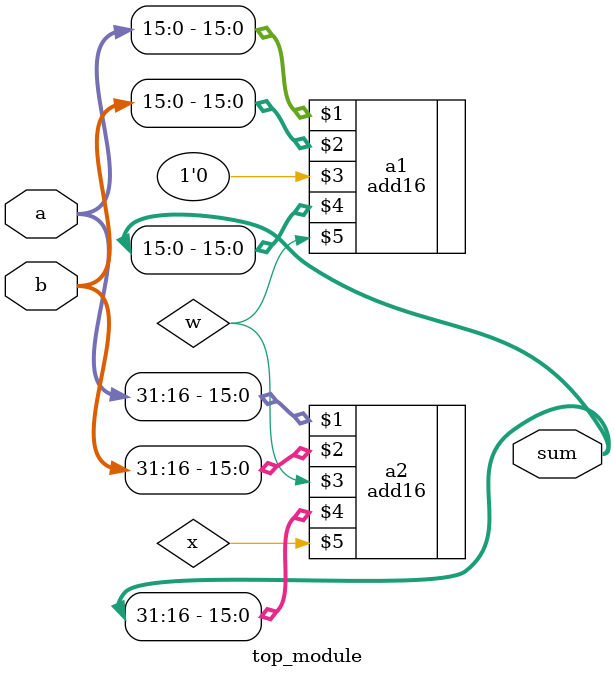
<source format=v>
module top_module(
    input [31:0] a,
    input [31:0] b,
    output [31:0] sum
);
    wire w,x;
    add16 a1(a[15:0],b[15:0],1'b0,sum[15:0],w);
    add16 a2(a[31:16],b[31:16],w,sum[31:16],x);
endmodule

</source>
